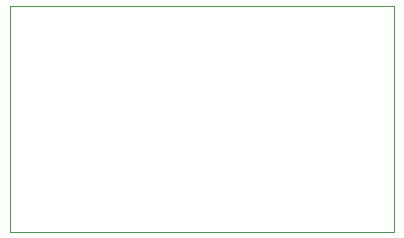
<source format=gbr>
%TF.GenerationSoftware,KiCad,Pcbnew,(6.0.7)*%
%TF.CreationDate,2022-10-03T13:44:35+01:00*%
%TF.ProjectId,teste,74657374-652e-46b6-9963-61645f706362,rev?*%
%TF.SameCoordinates,Original*%
%TF.FileFunction,Profile,NP*%
%FSLAX46Y46*%
G04 Gerber Fmt 4.6, Leading zero omitted, Abs format (unit mm)*
G04 Created by KiCad (PCBNEW (6.0.7)) date 2022-10-03 13:44:35*
%MOMM*%
%LPD*%
G01*
G04 APERTURE LIST*
%TA.AperFunction,Profile*%
%ADD10C,0.100000*%
%TD*%
G04 APERTURE END LIST*
D10*
X93825000Y-88000000D02*
X126350000Y-88000000D01*
X126350000Y-88000000D02*
X126350000Y-107100000D01*
X126350000Y-107100000D02*
X93825000Y-107100000D01*
X93825000Y-107100000D02*
X93825000Y-88000000D01*
M02*

</source>
